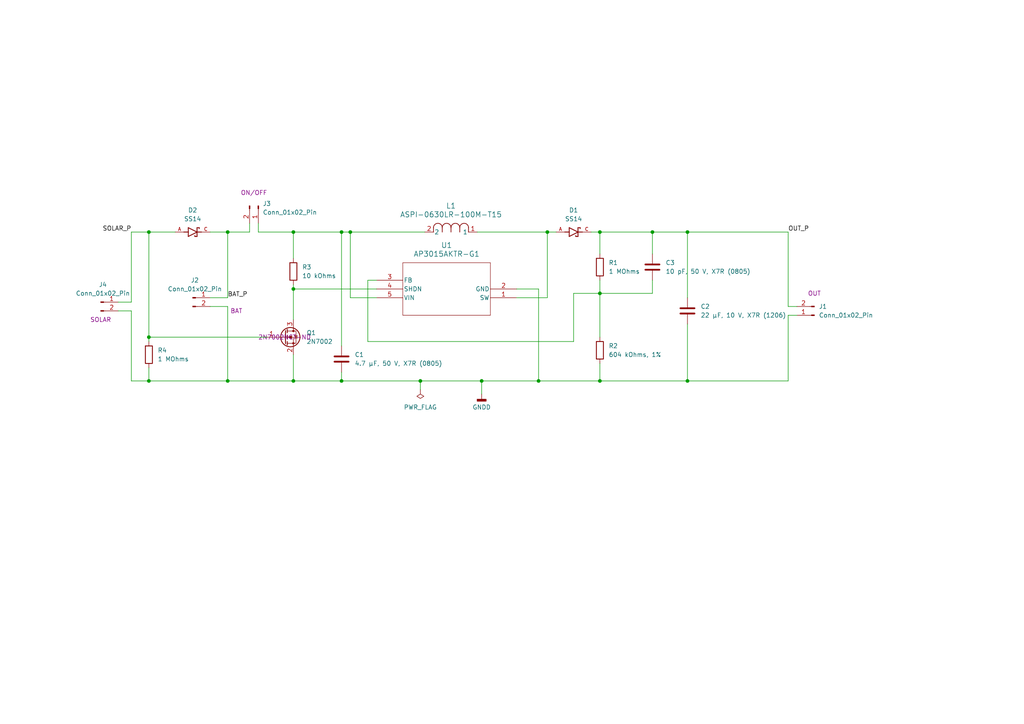
<source format=kicad_sch>
(kicad_sch (version 20231120) (generator "eeschema") (generator_version "8.0")
  (paper "A4")
  (title_block (title "Elektror's Solar Power Supply") (date "2024-11-24") (rev "1"))
  (lib_symbols
    (symbol "AP3015AKTR-G1:AP3015AKTR-G1" (pin_names (offset 0.254))
      (property "Reference" "U1" (at 20.32 -15.24 0))
      (property "Value" "AP3015AKTR-G1" (at 20.32 -12.7 0))
      (symbol "AP3015AKTR-G1_0_1"
        (polyline (pts (xy 7.62 -10.16) (xy 33.02 -10.16)) (stroke (width 0.127)))
        (polyline (pts (xy 7.62 5.08) (xy 7.62 -10.16)) (stroke (width 0.127)))
        (polyline (pts (xy 33.02 -10.16) (xy 33.02 5.08)) (stroke (width 0.127)))
        (polyline (pts (xy 33.02 5.08) (xy 7.62 5.08)) (stroke (width 0.127)))
      )
      (symbol "AP3015AKTR-G1_1_1"
        (pin output line (at 0 0 0) (length 7.62) (name "SW") (number "1"))
        (pin power_in line (at 0 -2.54 0) (length 7.62) (name "GND") (number "2"))
        (pin input line (at 40.64 -5.08 180) (length 7.62) (name "FB") (number "3"))
        (pin input line (at 40.64 -2.54 180) (length 7.62) (name "SHDN") (number "4"))
        (pin input line (at 40.64 0 180) (length 7.62) (name "VIN") (number "5"))
      )
    )
    (symbol "Connector:Conn_01x02_Pin" (pin_names (offset 1.016) hide)
      (property "Reference" "J" (at 0 2.54 0))
      (property "Value" "Conn_01x02_Pin" (at 0 -5.08 0))
      (symbol "Conn_01x02_Pin_1_1"
        (polyline (pts (xy 1.27 -2.54) (xy 0.8636 -2.54)) (stroke (width 0.1524)))
        (polyline (pts (xy 1.27 0) (xy 0.8636 0)) (stroke (width 0.1524)))
        (rectangle (start 0.8636 -2.413) (end 0 -2.667) (stroke (width 0.1524)) (fill (type outline)))
        (rectangle (start 0.8636 0.127) (end 0 -0.127) (stroke (width 0.1524)) (fill (type outline)))
        (pin passive line (at 5.08 0 180) (length 3.81) (name "Pin_1") (number "1"))
        (pin passive line (at 5.08 -2.54 180) (length 3.81) (name "Pin_2") (number "2"))
      )
    )
    (symbol "Device:C" (pin_numbers hide) (pin_names (offset 0.254))
      (property "Reference" "C" (at 0.635 2.54 0))
      (property "Value" "C" (at 0.635 -2.54 0))
      (symbol "C_0_1"
        (polyline (pts (xy -2.032 -0.762) (xy 2.032 -0.762)) (stroke (width 0.508)))
        (polyline (pts (xy -2.032 0.762) (xy 2.032 0.762)) (stroke (width 0.508)))
      )
      (symbol "C_1_1"
        (pin passive line (at 0 3.81 270) (length 2.794) (name "~") (number "1"))
        (pin passive line (at 0 -3.81 90) (length 2.794) (name "~") (number "2"))
      )
    )
    (symbol "Device:R" (pin_numbers hide) (pin_names (offset 0))
      (property "Reference" "R" (at 2.032 0 90))
      (property "Value" "R" (at 0 0 90))
      (symbol "R_0_1"
        (rectangle (start -1.016 -2.54) (end 1.016 2.54) (stroke (width 0.254)))
      )
      (symbol "R_1_1"
        (pin passive line (at 0 3.81 270) (length 1.27) (name "~") (number "1"))
        (pin passive line (at 0 -3.81 90) (length 1.27) (name "~") (number "2"))
      )
    )
    (symbol "SS14:SS14" (pin_names (offset 1.016))
      (property "Reference" "D" (at -5.08 2.54 0))
      (property "Value" "SS14" (at -5.08 -3.81 0))
      (symbol "SS14_0_0"
        (polyline (pts (xy -2.54 0) (xy -1.27 0)) (stroke (width 0.254)))
        (polyline (pts (xy -1.27 -1.27) (xy 1.27 0)) (stroke (width 0.254)))
        (polyline (pts (xy -1.27 0) (xy -1.27 -1.27)) (stroke (width 0.254)))
        (polyline (pts (xy -1.27 1.27) (xy -1.27 0)) (stroke (width 0.254)))
        (polyline (pts (xy 0.635 -1.016) (xy 0.635 -1.27)) (stroke (width 0.254)))
        (polyline (pts (xy 1.27 -1.27) (xy 0.635 -1.27)) (stroke (width 0.254)))
        (polyline (pts (xy 1.27 0) (xy -1.27 1.27)) (stroke (width 0.254)))
        (polyline (pts (xy 1.27 0) (xy 1.27 -1.27)) (stroke (width 0.254)))
        (polyline (pts (xy 1.27 1.27) (xy 1.27 0)) (stroke (width 0.254)))
        (polyline (pts (xy 1.905 1.27) (xy 1.27 1.27)) (stroke (width 0.254)))
        (polyline (pts (xy 1.905 1.27) (xy 1.905 1.016)) (stroke (width 0.254)))
        (polyline (pts (xy 2.54 0) (xy 1.27 0)) (stroke (width 0.254)))
        (pin passive line (at -5.08 0 0) (length 2.54) (name "~") (number "A"))
        (pin passive line (at 5.08 0 180) (length 2.54) (name "~") (number "C"))
      )
    )
    (symbol "Schottky IND_ASPI-0630LR_ABR:ASPI-0630LR-100M-T15" (pin_names (offset 0.254))
      (property "Reference" "L1" (at 7.62 7.62 0))
      (property "Value" "ASPI-0630LR-100M-T15" (at 7.62 5.08 0))
      (symbol "ASPI-0630LR-100M-T15_1_1"
        (polyline (pts (xy 2.54 0) (xy 2.54 1.27)) (stroke (width 0.2032)))
        (polyline (pts (xy 5.08 0) (xy 5.08 1.27)) (stroke (width 0.2032)))
        (polyline (pts (xy 7.62 0) (xy 7.62 1.27)) (stroke (width 0.2032)))
        (polyline (pts (xy 10.16 0) (xy 10.16 1.27)) (stroke (width 0.2032)))
        (polyline (pts (xy 12.7 0) (xy 12.7 1.27)) (stroke (width 0.2032)))
        (arc (start 5.08 1.27) (mid 3.81 2.5344) (end 2.54 1.27) (stroke (width 0.2032)))
        (arc (start 7.62 1.27) (mid 6.35 2.5344) (end 5.08 1.27) (stroke (width 0.2032)))
        (arc (start 10.16 1.27) (mid 8.89 2.5344) (end 7.62 1.27) (stroke (width 0.2032)))
        (arc (start 12.7 1.27) (mid 11.43 2.5344) (end 10.16 1.27) (stroke (width 0.2032)))
        (pin passive line (at 15.24 0 180) (length 2.54) (name "1") (number "1"))
        (pin passive line (at 0 0 0) (length 2.54) (name "2") (number "2"))
      )
      (symbol "ASPI-0630LR-100M-T15_1_2"
        (arc (start -1.27 5.08) (mid -2.5344 3.81) (end -1.27 2.54) (stroke (width 0.2032)))
        (arc (start -1.27 7.62) (mid -2.5344 6.35) (end -1.27 5.08) (stroke (width 0.2032)))
        (arc (start -1.27 10.16) (mid -2.5344 8.89) (end -1.27 7.62) (stroke (width 0.2032)))
        (arc (start -1.27 12.7) (mid -2.5344 11.43) (end -1.27 10.16) (stroke (width 0.2032)))
        (polyline (pts (xy 0 2.54) (xy -1.27 2.54)) (stroke (width 0.2032)))
        (polyline (pts (xy 0 5.08) (xy -1.27 5.08)) (stroke (width 0.2032)))
        (polyline (pts (xy 0 7.62) (xy -1.27 7.62)) (stroke (width 0.2032)))
        (polyline (pts (xy 0 10.16) (xy -1.27 10.16)) (stroke (width 0.2032)))
        (polyline (pts (xy 0 12.7) (xy -1.27 12.7)) (stroke (width 0.2032)))
        (pin unspecified line (at 0 15.24 270) (length 2.54) (name "1") (number "1"))
        (pin unspecified line (at 0 0 90) (length 2.54) (name "2") (number "2"))
      )
    )
    (symbol "Transistor_FET:2N7002" (pin_names hide)
      (property "Reference" "Q" (at 5.08 1.905 0))
      (property "Value" "2N7002" (at 5.08 0 0))
      (symbol "2N7002_0_1"
        (polyline (pts (xy 0.254 0) (xy -2.54 0)))
        (polyline (pts (xy 0.254 1.905) (xy 0.254 -1.905)) (stroke (width 0.254)))
        (polyline (pts (xy 0.762 -1.27) (xy 0.762 -2.286)) (stroke (width 0.254)))
        (polyline (pts (xy 0.762 0.508) (xy 0.762 -0.508)) (stroke (width 0.254)))
        (polyline (pts (xy 0.762 2.286) (xy 0.762 1.27)) (stroke (width 0.254)))
        (polyline (pts (xy 2.54 2.54) (xy 2.54 1.778)))
        (polyline (pts (xy 2.54 -2.54) (xy 2.54 0) (xy 0.762 0)))
        (polyline (pts (xy 0.762 -1.778) (xy 3.302 -1.778) (xy 3.302 1.778) (xy 0.762 1.778)))
        (polyline (pts (xy 1.016 0) (xy 2.032 0.381) (xy 2.032 -0.381) (xy 1.016 0)) (fill (type outline)))
        (polyline (pts (xy 2.794 0.508) (xy 2.921 0.381) (xy 3.683 0.381) (xy 3.81 0.254)))
        (polyline (pts (xy 3.302 0.381) (xy 2.921 -0.254) (xy 3.683 -0.254) (xy 3.302 0.381)))
        (circle (center 1.651 0) (radius 2.794) (stroke (width 0.254)))
        (circle (center 2.54 -1.778) (radius 0.254) (fill (type outline)))
        (circle (center 2.54 1.778) (radius 0.254) (fill (type outline)))
      )
      (symbol "2N7002_1_1"
        (pin input line (at -5.08 0 0) (length 2.54) (name "G") (number "1"))
        (pin passive line (at 2.54 -5.08 90) (length 2.54) (name "S") (number "2"))
        (pin passive line (at 2.54 5.08 270) (length 2.54) (name "D") (number "3"))
      )
    )
    (symbol "power:GNDD" (power) (pin_numbers hide) (pin_names (offset 0) hide)
      (property "Value" "GNDD" (at 0 -3.175 0))
      (symbol "GNDD_0_1"
        (rectangle (start -1.27 -1.524) (end 1.27 -2.032) (stroke (width 0.254)) (fill (type outline)))
        (polyline (pts (xy 0 0) (xy 0 -1.524)))
      )
      (symbol "GNDD_1_1"
        (pin power_in line (at 0 0 270) (length 0) (name "~") (number "1"))
      )
    )
    (symbol "power:PWR_FLAG" (power) (pin_numbers hide) (pin_names (offset 0) hide)
      (property "Value" "PWR_FLAG" (at 0 3.81 0))
      (symbol "PWR_FLAG_0_0"
        (pin power_out line (at 0 0 90) (length 0) (name "~") (number "1"))
      )
      (symbol "PWR_FLAG_0_1"
        (polyline (pts (xy 0 0) (xy 0 1.27) (xy -1.016 1.905) (xy 0 2.54) (xy 1.016 1.905) (xy 0 1.27)))
      )
    )
  )
  (junction (at 43.18 97.79))
  (junction (at 173.99 67.31))
  (junction (at 156.21 110.49))
  (junction (at 43.18 110.49))
  (junction (at 173.99 110.49))
  (junction (at 85.09 67.31))
  (junction (at 189.23 67.31))
  (junction (at 173.99 85.09))
  (junction (at 199.39 110.49))
  (junction (at 66.04 67.31))
  (junction (at 139.7 110.49))
  (junction (at 43.18 67.31))
  (junction (at 99.06 67.31))
  (junction (at 85.09 83.82))
  (junction (at 99.06 110.49))
  (junction (at 158.75 67.31))
  (junction (at 66.04 110.49))
  (junction (at 199.39 67.31))
  (junction (at 101.6 67.31))
  (junction (at 121.92 110.49))
  (junction (at 85.09 110.49))
  (wire (pts (xy 74.93 67.31) (xy 74.93 64.77)))
  (wire (pts (xy 171.45 67.31) (xy 173.99 67.31)))
  (wire (pts (xy 43.18 110.49) (xy 66.04 110.49)))
  (wire (pts (xy 66.04 88.9) (xy 60.96 88.9)))
  (wire (pts (xy 106.68 99.06) (xy 166.37 99.06)))
  (wire (pts (xy 173.99 105.41) (xy 173.99 110.49)))
  (wire (pts (xy 66.04 88.9) (xy 66.04 110.49)))
  (wire (pts (xy 85.09 83.82) (xy 85.09 92.71)))
  (wire (pts (xy 228.6 88.9) (xy 228.6 67.31)))
  (wire (pts (xy 173.99 85.09) (xy 173.99 97.79)))
  (wire (pts (xy 99.06 110.49) (xy 121.92 110.49)))
  (wire (pts (xy 228.6 88.9) (xy 231.14 88.9)))
  (wire (pts (xy 38.1 67.31) (xy 43.18 67.31)))
  (wire (pts (xy 38.1 110.49) (xy 43.18 110.49)))
  (wire (pts (xy 173.99 81.28) (xy 173.99 85.09)))
  (wire (pts (xy 139.7 110.49) (xy 139.7 114.3)))
  (wire (pts (xy 139.7 110.49) (xy 156.21 110.49)))
  (wire (pts (xy 74.93 67.31) (xy 85.09 67.31)))
  (wire (pts (xy 43.18 99.06) (xy 43.18 97.79)))
  (wire (pts (xy 189.23 85.09) (xy 173.99 85.09)))
  (wire (pts (xy 38.1 90.17) (xy 38.1 110.49)))
  (wire (pts (xy 72.39 67.31) (xy 72.39 64.77)))
  (wire (pts (xy 149.86 86.36) (xy 158.75 86.36)))
  (wire (pts (xy 166.37 85.09) (xy 173.99 85.09)))
  (wire (pts (xy 38.1 67.31) (xy 38.1 87.63)))
  (wire (pts (xy 199.39 93.98) (xy 199.39 110.49)))
  (wire (pts (xy 189.23 81.28) (xy 189.23 85.09)))
  (wire (pts (xy 199.39 86.36) (xy 199.39 67.31)))
  (wire (pts (xy 158.75 67.31) (xy 161.29 67.31)))
  (wire (pts (xy 66.04 110.49) (xy 85.09 110.49)))
  (wire (pts (xy 156.21 110.49) (xy 173.99 110.49)))
  (wire (pts (xy 43.18 106.68) (xy 43.18 110.49)))
  (wire (pts (xy 85.09 102.87) (xy 85.09 110.49)))
  (wire (pts (xy 60.96 86.36) (xy 66.04 86.36)))
  (wire (pts (xy 149.86 83.82) (xy 156.21 83.82)))
  (wire (pts (xy 123.19 67.31) (xy 101.6 67.31)))
  (wire (pts (xy 101.6 67.31) (xy 101.6 86.36)))
  (wire (pts (xy 38.1 87.63) (xy 34.29 87.63)))
  (wire (pts (xy 85.09 83.82) (xy 109.22 83.82)))
  (wire (pts (xy 85.09 110.49) (xy 99.06 110.49)))
  (wire (pts (xy 99.06 107.95) (xy 99.06 110.49)))
  (wire (pts (xy 189.23 67.31) (xy 199.39 67.31)))
  (wire (pts (xy 231.14 91.44) (xy 228.6 91.44)))
  (wire (pts (xy 166.37 99.06) (xy 166.37 85.09)))
  (wire (pts (xy 121.92 110.49) (xy 139.7 110.49)))
  (wire (pts (xy 43.18 67.31) (xy 50.8 67.31)))
  (wire (pts (xy 228.6 91.44) (xy 228.6 110.49)))
  (wire (pts (xy 66.04 67.31) (xy 72.39 67.31)))
  (wire (pts (xy 156.21 83.82) (xy 156.21 110.49)))
  (wire (pts (xy 228.6 110.49) (xy 199.39 110.49)))
  (wire (pts (xy 43.18 67.31) (xy 43.18 97.79)))
  (wire (pts (xy 99.06 100.33) (xy 99.06 67.31)))
  (wire (pts (xy 199.39 67.31) (xy 228.6 67.31)))
  (wire (pts (xy 158.75 86.36) (xy 158.75 67.31)))
  (wire (pts (xy 138.43 67.31) (xy 158.75 67.31)))
  (wire (pts (xy 173.99 110.49) (xy 199.39 110.49)))
  (wire (pts (xy 106.68 81.28) (xy 106.68 99.06)))
  (wire (pts (xy 85.09 67.31) (xy 99.06 67.31)))
  (wire (pts (xy 66.04 67.31) (xy 66.04 86.36)))
  (wire (pts (xy 121.92 113.03) (xy 121.92 110.49)))
  (wire (pts (xy 85.09 67.31) (xy 85.09 74.93)))
  (wire (pts (xy 109.22 81.28) (xy 106.68 81.28)))
  (wire (pts (xy 99.06 67.31) (xy 101.6 67.31)))
  (wire (pts (xy 173.99 67.31) (xy 189.23 67.31)))
  (wire (pts (xy 85.09 82.55) (xy 85.09 83.82)))
  (wire (pts (xy 189.23 73.66) (xy 189.23 67.31)))
  (wire (pts (xy 43.18 97.79) (xy 77.47 97.79)))
  (wire (pts (xy 173.99 67.31) (xy 173.99 73.66)))
  (wire (pts (xy 109.22 86.36) (xy 101.6 86.36)))
  (wire (pts (xy 60.96 67.31) (xy 66.04 67.31)))
  (wire (pts (xy 38.1 90.17) (xy 34.29 90.17)))
  (label "OUT_P" (at 228.6 67.31 0))
  (label "SOLAR_P" (at 38.1 67.31 180))
  (label "BAT_P" (at 66.04 86.36 0))
  (symbol (lib_id "Connector:Conn_01x02_Pin") (at 29.21 87.63 0) (unit 1)
    (property "Reference" "J4" (at 29.845 82.55 0))
    (property "Value" "Conn_01x02_Pin" (at 29.845 85.09 0))
    (property "Footprint" "Connector_PinHeader_2.54mm:PinHeader_1x02_P2.54mm_Horizontal" (effects (hide yes)))
    (property "Description" "Generic connector, single row, 01x02, script generated" (effects (hide yes)))
    (property "Short description" "SOLAR" (at 29.21 92.71 0))
  )
  (symbol (lib_id "power:PWR_FLAG") (at 121.92 113.03 180) (unit 1)
    (property "Reference" "#FLG01" (effects (hide yes)))
    (property "Value" "PWR_FLAG" (at 121.92 118.11 0))
    (property "Description" "Special symbol for telling ERC where power comes from" (effects (hide yes)))
  )
  (symbol (lib_id "Device:R") (at 173.99 77.47 0) (unit 1)
    (property "Reference" "R1" (at 176.53 76.1999 0) (effects (justify left)))
    (property "Value" "1 MOhms" (at 176.53 78.7399 0) (effects (justify left)))
    (property "Footprint" "Resistor_SMD:R_0805_2012Metric" (effects (hide yes)))
    (property "Description" "Resistor" (effects (hide yes)))
    (property "Manufacturer Part Number" "RMCF0805FT1M00CT-ND" (effects (hide yes)))
  )
  (symbol (lib_id "SS14:SS14") (at 55.88 67.31 0) (unit 1)
    (property "Reference" "D2" (at 55.88 60.96 0))
    (property "Value" "SS14" (at 55.88 63.5 0))
    (property "Footprint" "SS14:DIOM4325X250N" (effects (hide yes)))
    (property "MF" "Taiwan Semiconductor" (effects (hide yes)))
    (property "MAXIMUM_PACKAGE_HEIGHT" "2.5 mm" (effects (hide yes)))
    (property "Package" "SMA-2 Taiwan Semiconductor" (effects (hide yes)))
    (property "Price" "None" (effects (hide yes)))
    (property "Check_prices" "https://www.snapeda.com/parts/SS14/Taiwan+Semiconductor/view-part/?ref=eda" (effects (hide yes)))
    (property "STANDARD" "IPC-7351B" (effects (hide yes)))
    (property "PARTREV" "O2102" (effects (hide yes)))
    (property "SnapEDA_Link" "https://www.snapeda.com/parts/SS14/Taiwan+Semiconductor/view-part/?ref=snap" (effects (hide yes)))
    (property "MP" "SS14" (effects (hide yes)))
    (property "Description_1" "\n                        \n                            1A, 40V, Schottky Rectifier\n                        \n" (effects (hide yes)))
    (property "Availability" "In Stock" (effects (hide yes)))
    (property "MANUFACTURER" "Taiwan Semiconductor" (effects (hide yes)))
    (property "Manufacturer Part Number" "1801-SS14CT-ND" (effects (hide yes)))
  )
  (symbol (lib_id "Device:R") (at 173.99 101.6 0) (unit 1)
    (property "Reference" "R2" (at 176.53 100.3299 0) (effects (justify left)))
    (property "Value" "604 kOhms, 1%" (at 176.53 102.8699 0) (effects (justify left)))
    (property "Footprint" "Resistor_SMD:R_0805_2012Metric" (effects (hide yes)))
    (property "Description" "Resistor" (effects (hide yes)))
    (property "Manufacturer Part Number" "738-RMCF0805FT604KCT-ND" (effects (hide yes)))
  )
  (symbol (lib_id "SS14:SS14") (at 166.37 67.31 0) (unit 1)
    (property "Reference" "D1" (at 166.37 60.96 0))
    (property "Value" "SS14" (at 166.37 63.5 0))
    (property "Footprint" "SS14:DIOM4325X250N" (effects (hide yes)))
    (property "MF" "Taiwan Semiconductor" (effects (hide yes)))
    (property "MAXIMUM_PACKAGE_HEIGHT" "2.5 mm" (effects (hide yes)))
    (property "Package" "SMA-2 Taiwan Semiconductor" (effects (hide yes)))
    (property "Price" "None" (effects (hide yes)))
    (property "Check_prices" "https://www.snapeda.com/parts/SS14/Taiwan+Semiconductor/view-part/?ref=eda" (effects (hide yes)))
    (property "STANDARD" "IPC-7351B" (effects (hide yes)))
    (property "PARTREV" "O2102" (effects (hide yes)))
    (property "SnapEDA_Link" "https://www.snapeda.com/parts/SS14/Taiwan+Semiconductor/view-part/?ref=snap" (effects (hide yes)))
    (property "MP" "SS14" (effects (hide yes)))
    (property "Description_1" "\n                        \n                            1A, 40V, Schottky Rectifier\n                        \n" (effects (hide yes)))
    (property "Availability" "In Stock" (effects (hide yes)))
    (property "MANUFACTURER" "Taiwan Semiconductor" (effects (hide yes)))
    (property "Manufacturer Part Number" "1801-SS14CT-ND" (effects (hide yes)))
  )
  (symbol (lib_id "Schottky IND_ASPI-0630LR_ABR:ASPI-0630LR-100M-T15") (at 123.19 67.31 0) (unit 1)
    (property "Reference" "L1" (at 130.81 59.69 0) (effects (font (size 1.524 1.524))))
    (property "Value" "ASPI-0630LR-100M-T15" (at 130.81 62.23 0) (effects (font (size 1.524 1.524))))
    (property "Footprint" "ASPI-0630LR-100M-T15:IND_ASPI-0630LR_ABR" (effects (hide yes)))
    (property "Datasheet" "ASPI-0630LR-100M-T15" (effects (hide yes)))
    (property "Manufacturer Part Number" "ASPI-0630LR-100M-T15" (effects (hide yes)))
  )
  (symbol (lib_id "Device:R") (at 43.18 102.87 0) (unit 1)
    (property "Reference" "R4" (at 45.72 101.5999 0) (effects (justify left)))
    (property "Value" "1 MOhms" (at 45.72 104.1399 0) (effects (justify left)))
    (property "Footprint" "Resistor_SMD:R_0805_2012Metric" (effects (hide yes)))
    (property "Description" "Resistor" (effects (hide yes)))
    (property "Manufacturer Part Number" "RMCF0805FT1M00CT-ND" (effects (hide yes)))
  )
  (symbol (lib_id "AP3015AKTR-G1:AP3015AKTR-G1") (at 149.86 86.36 180) (unit 1)
    (property "Reference" "U1" (at 129.54 71.12 0) (effects (font (size 1.524 1.524))))
    (property "Value" "AP3015AKTR-G1" (at 129.54 73.66 0) (effects (font (size 1.524 1.524))))
    (property "Footprint" "AP3015AKTR-G1:SOT23-5_1P55X2P9_DIO" (effects (hide yes)))
    (property "Datasheet" "AP3015AKTR-G1" (effects (hide yes)))
    (property "Manufacturer Part Number" "AP3015AKTR-G1DICT-ND" (effects (hide yes)))
  )
  (symbol (lib_id "Device:C") (at 199.39 90.17 0) (unit 1)
    (property "Reference" "C2" (at 203.2 88.8999 0) (effects (justify left)))
    (property "Value" "22 µF, 10 V, X7R (1206)" (at 203.2 91.4399 0) (effects (justify left)))
    (property "Footprint" "Capacitor_SMD:C_1206_3216Metric" (effects (hide yes)))
    (property "Description" "Unpolarized capacitor" (effects (hide yes)))
    (property "Manufacturer Part Number" "490-5309-1-ND" (effects (hide yes)))
  )
  (symbol (lib_id "Device:C") (at 99.06 104.14 0) (unit 1)
    (property "Reference" "C1" (at 102.87 102.8699 0) (effects (justify left)))
    (property "Value" "4.7 µF, 50 V, X7R (0805)" (at 102.87 105.4099 0) (effects (justify left)))
    (property "Footprint" "Capacitor_SMD:C_0805_2012Metric" (effects (hide yes)))
    (property "Description" "Unpolarized capacitor" (effects (hide yes)))
    (property "Manufacturer Part Number" "3372-0805N4R7B500ADTR-ND " (effects (hide yes)))
  )
  (symbol (lib_id "Transistor_FET:2N7002") (at 82.55 97.79 0) (unit 1)
    (property "Reference" "Q1" (at 88.9 96.5199 0) (effects (justify left)))
    (property "Value" "2N7002" (at 88.9 99.0599 0) (effects (justify left)))
    (property "Footprint" "Package_TO_SOT_SMD:SOT-23" (effects (hide yes)))
    (property "Datasheet" "https://www.onsemi.com/pub/Collateral/NDS7002A-D.PDF" (effects (hide yes)))
    (property "Description" "0.115A Id, 60V Vds, N-Channel MOSFET, SOT-23" (effects (hide yes)))
    (property "Manufacturer Part Number" "2N7002NCT-ND" (at 82.55 97.79 0))
  )
  (symbol (lib_id "Connector:Conn_01x02_Pin") (at 74.93 59.69 270) (unit 1)
    (property "Reference" "J3" (at 76.2 59.0549 90) (effects (justify left)))
    (property "Value" "Conn_01x02_Pin" (at 76.2 61.5949 90) (effects (justify left)))
    (property "Footprint" "Connector_PinHeader_2.54mm:PinHeader_1x02_P2.54mm_Vertical" (effects (hide yes)))
    (property "Description" "Generic connector, single row, 01x02, script generated" (effects (hide yes)))
    (property "Short description" "ON/OFF" (at 73.66 55.88 90))
  )
  (symbol (lib_id "power:GNDD") (at 139.7 114.3 0) (unit 1)
    (property "Reference" "#PWR02" (effects (hide yes)))
    (property "Value" "GNDD" (at 139.7 118.11 0))
    (property "Description" "Power symbol creates a global label with name \"GNDD\" , digital ground" (effects (hide yes)))
  )
  (symbol (lib_id "Connector:Conn_01x02_Pin") (at 236.22 91.44 180) (unit 1)
    (property "Reference" "J1" (at 237.49 88.8999 0) (effects (justify right)))
    (property "Value" "Conn_01x02_Pin" (at 237.49 91.4399 0) (effects (justify right)))
    (property "Footprint" "Connector_PinHeader_2.54mm:PinHeader_1x02_P2.54mm_Vertical" (effects (hide yes)))
    (property "Description" "Generic connector, single row, 01x02, script generated" (effects (hide yes)))
    (property "Short description" "OUT" (at 236.22 85.09 0))
  )
  (symbol (lib_id "Connector:Conn_01x02_Pin") (at 55.88 86.36 0) (unit 1)
    (property "Reference" "J2" (at 56.515 81.28 0))
    (property "Value" "Conn_01x02_Pin" (at 56.515 83.82 0))
    (property "Footprint" "Connector_PinHeader_2.54mm:PinHeader_1x02_P2.54mm_Vertical" (effects (hide yes)))
    (property "Description" "Generic connector, single row, 01x02, script generated" (effects (hide yes)))
    (property "Short description" "BAT" (at 68.58 90.17 0))
  )
  (symbol (lib_id "Device:R") (at 85.09 78.74 0) (unit 1)
    (property "Reference" "R3" (at 87.63 77.4699 0) (effects (justify left)))
    (property "Value" "10 kOhms" (at 87.63 80.0099 0) (effects (justify left)))
    (property "Footprint" "Resistor_SMD:R_0805_2012Metric" (effects (hide yes)))
    (property "Description" "Resistor" (effects (hide yes)))
    (property "Manufacturer Part Number" "RMCF0805FT10K0CT-ND" (effects (hide yes)))
  )
  (symbol (lib_id "Device:C") (at 189.23 77.47 0) (unit 1)
    (property "Reference" "C3" (at 193.04 76.1999 0) (effects (justify left)))
    (property "Value" "10 pF, 50 V, X7R (0805)" (at 193.04 78.7399 0) (effects (justify left)))
    (property "Footprint" "Capacitor_SMD:C_0805_2012Metric" (effects (hide yes)))
    (property "Description" "Unpolarized capacitor" (effects (hide yes)))
    (property "Manufacturer Part Number" "3372-0805N100J101ADTR-ND" (effects (hide yes)))
  )
)
</source>
